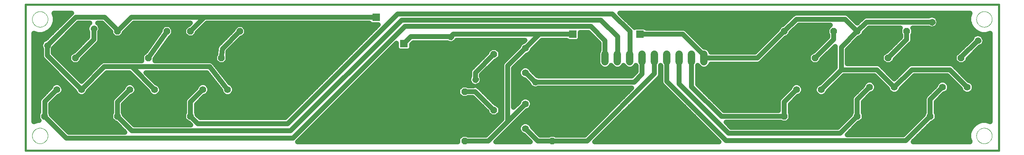
<source format=gbl>
G75*
%MOIN*%
%OFA0B0*%
%FSLAX25Y25*%
%IPPOS*%
%LPD*%
%AMOC8*
5,1,8,0,0,1.08239X$1,22.5*
%
%ADD10C,0.01600*%
%ADD11C,0.00000*%
%ADD12OC8,0.05200*%
%ADD13C,0.01040*%
%ADD14C,0.06000*%
%ADD15C,0.05512*%
%ADD16C,0.04000*%
%ADD17R,0.05906X0.05906*%
%ADD18R,0.06496X0.06496*%
D10*
X0003000Y0003000D02*
X0790402Y0003000D01*
X0790402Y0121110D01*
X0003000Y0121110D01*
X0003000Y0003000D01*
D11*
X0008512Y0014811D02*
X0008514Y0014969D01*
X0008520Y0015127D01*
X0008530Y0015285D01*
X0008544Y0015443D01*
X0008562Y0015600D01*
X0008583Y0015757D01*
X0008609Y0015913D01*
X0008639Y0016069D01*
X0008672Y0016224D01*
X0008710Y0016377D01*
X0008751Y0016530D01*
X0008796Y0016682D01*
X0008845Y0016833D01*
X0008898Y0016982D01*
X0008954Y0017130D01*
X0009014Y0017276D01*
X0009078Y0017421D01*
X0009146Y0017564D01*
X0009217Y0017706D01*
X0009291Y0017846D01*
X0009369Y0017983D01*
X0009451Y0018119D01*
X0009535Y0018253D01*
X0009624Y0018384D01*
X0009715Y0018513D01*
X0009810Y0018640D01*
X0009907Y0018765D01*
X0010008Y0018887D01*
X0010112Y0019006D01*
X0010219Y0019123D01*
X0010329Y0019237D01*
X0010442Y0019348D01*
X0010557Y0019457D01*
X0010675Y0019562D01*
X0010796Y0019664D01*
X0010919Y0019764D01*
X0011045Y0019860D01*
X0011173Y0019953D01*
X0011303Y0020043D01*
X0011436Y0020129D01*
X0011571Y0020213D01*
X0011707Y0020292D01*
X0011846Y0020369D01*
X0011987Y0020441D01*
X0012129Y0020511D01*
X0012273Y0020576D01*
X0012419Y0020638D01*
X0012566Y0020696D01*
X0012715Y0020751D01*
X0012865Y0020802D01*
X0013016Y0020849D01*
X0013168Y0020892D01*
X0013321Y0020931D01*
X0013476Y0020967D01*
X0013631Y0020998D01*
X0013787Y0021026D01*
X0013943Y0021050D01*
X0014100Y0021070D01*
X0014258Y0021086D01*
X0014415Y0021098D01*
X0014574Y0021106D01*
X0014732Y0021110D01*
X0014890Y0021110D01*
X0015048Y0021106D01*
X0015207Y0021098D01*
X0015364Y0021086D01*
X0015522Y0021070D01*
X0015679Y0021050D01*
X0015835Y0021026D01*
X0015991Y0020998D01*
X0016146Y0020967D01*
X0016301Y0020931D01*
X0016454Y0020892D01*
X0016606Y0020849D01*
X0016757Y0020802D01*
X0016907Y0020751D01*
X0017056Y0020696D01*
X0017203Y0020638D01*
X0017349Y0020576D01*
X0017493Y0020511D01*
X0017635Y0020441D01*
X0017776Y0020369D01*
X0017915Y0020292D01*
X0018051Y0020213D01*
X0018186Y0020129D01*
X0018319Y0020043D01*
X0018449Y0019953D01*
X0018577Y0019860D01*
X0018703Y0019764D01*
X0018826Y0019664D01*
X0018947Y0019562D01*
X0019065Y0019457D01*
X0019180Y0019348D01*
X0019293Y0019237D01*
X0019403Y0019123D01*
X0019510Y0019006D01*
X0019614Y0018887D01*
X0019715Y0018765D01*
X0019812Y0018640D01*
X0019907Y0018513D01*
X0019998Y0018384D01*
X0020087Y0018253D01*
X0020171Y0018119D01*
X0020253Y0017983D01*
X0020331Y0017846D01*
X0020405Y0017706D01*
X0020476Y0017564D01*
X0020544Y0017421D01*
X0020608Y0017276D01*
X0020668Y0017130D01*
X0020724Y0016982D01*
X0020777Y0016833D01*
X0020826Y0016682D01*
X0020871Y0016530D01*
X0020912Y0016377D01*
X0020950Y0016224D01*
X0020983Y0016069D01*
X0021013Y0015913D01*
X0021039Y0015757D01*
X0021060Y0015600D01*
X0021078Y0015443D01*
X0021092Y0015285D01*
X0021102Y0015127D01*
X0021108Y0014969D01*
X0021110Y0014811D01*
X0021108Y0014653D01*
X0021102Y0014495D01*
X0021092Y0014337D01*
X0021078Y0014179D01*
X0021060Y0014022D01*
X0021039Y0013865D01*
X0021013Y0013709D01*
X0020983Y0013553D01*
X0020950Y0013398D01*
X0020912Y0013245D01*
X0020871Y0013092D01*
X0020826Y0012940D01*
X0020777Y0012789D01*
X0020724Y0012640D01*
X0020668Y0012492D01*
X0020608Y0012346D01*
X0020544Y0012201D01*
X0020476Y0012058D01*
X0020405Y0011916D01*
X0020331Y0011776D01*
X0020253Y0011639D01*
X0020171Y0011503D01*
X0020087Y0011369D01*
X0019998Y0011238D01*
X0019907Y0011109D01*
X0019812Y0010982D01*
X0019715Y0010857D01*
X0019614Y0010735D01*
X0019510Y0010616D01*
X0019403Y0010499D01*
X0019293Y0010385D01*
X0019180Y0010274D01*
X0019065Y0010165D01*
X0018947Y0010060D01*
X0018826Y0009958D01*
X0018703Y0009858D01*
X0018577Y0009762D01*
X0018449Y0009669D01*
X0018319Y0009579D01*
X0018186Y0009493D01*
X0018051Y0009409D01*
X0017915Y0009330D01*
X0017776Y0009253D01*
X0017635Y0009181D01*
X0017493Y0009111D01*
X0017349Y0009046D01*
X0017203Y0008984D01*
X0017056Y0008926D01*
X0016907Y0008871D01*
X0016757Y0008820D01*
X0016606Y0008773D01*
X0016454Y0008730D01*
X0016301Y0008691D01*
X0016146Y0008655D01*
X0015991Y0008624D01*
X0015835Y0008596D01*
X0015679Y0008572D01*
X0015522Y0008552D01*
X0015364Y0008536D01*
X0015207Y0008524D01*
X0015048Y0008516D01*
X0014890Y0008512D01*
X0014732Y0008512D01*
X0014574Y0008516D01*
X0014415Y0008524D01*
X0014258Y0008536D01*
X0014100Y0008552D01*
X0013943Y0008572D01*
X0013787Y0008596D01*
X0013631Y0008624D01*
X0013476Y0008655D01*
X0013321Y0008691D01*
X0013168Y0008730D01*
X0013016Y0008773D01*
X0012865Y0008820D01*
X0012715Y0008871D01*
X0012566Y0008926D01*
X0012419Y0008984D01*
X0012273Y0009046D01*
X0012129Y0009111D01*
X0011987Y0009181D01*
X0011846Y0009253D01*
X0011707Y0009330D01*
X0011571Y0009409D01*
X0011436Y0009493D01*
X0011303Y0009579D01*
X0011173Y0009669D01*
X0011045Y0009762D01*
X0010919Y0009858D01*
X0010796Y0009958D01*
X0010675Y0010060D01*
X0010557Y0010165D01*
X0010442Y0010274D01*
X0010329Y0010385D01*
X0010219Y0010499D01*
X0010112Y0010616D01*
X0010008Y0010735D01*
X0009907Y0010857D01*
X0009810Y0010982D01*
X0009715Y0011109D01*
X0009624Y0011238D01*
X0009535Y0011369D01*
X0009451Y0011503D01*
X0009369Y0011639D01*
X0009291Y0011776D01*
X0009217Y0011916D01*
X0009146Y0012058D01*
X0009078Y0012201D01*
X0009014Y0012346D01*
X0008954Y0012492D01*
X0008898Y0012640D01*
X0008845Y0012789D01*
X0008796Y0012940D01*
X0008751Y0013092D01*
X0008710Y0013245D01*
X0008672Y0013398D01*
X0008639Y0013553D01*
X0008609Y0013709D01*
X0008583Y0013865D01*
X0008562Y0014022D01*
X0008544Y0014179D01*
X0008530Y0014337D01*
X0008520Y0014495D01*
X0008514Y0014653D01*
X0008512Y0014811D01*
X0008512Y0109299D02*
X0008514Y0109457D01*
X0008520Y0109615D01*
X0008530Y0109773D01*
X0008544Y0109931D01*
X0008562Y0110088D01*
X0008583Y0110245D01*
X0008609Y0110401D01*
X0008639Y0110557D01*
X0008672Y0110712D01*
X0008710Y0110865D01*
X0008751Y0111018D01*
X0008796Y0111170D01*
X0008845Y0111321D01*
X0008898Y0111470D01*
X0008954Y0111618D01*
X0009014Y0111764D01*
X0009078Y0111909D01*
X0009146Y0112052D01*
X0009217Y0112194D01*
X0009291Y0112334D01*
X0009369Y0112471D01*
X0009451Y0112607D01*
X0009535Y0112741D01*
X0009624Y0112872D01*
X0009715Y0113001D01*
X0009810Y0113128D01*
X0009907Y0113253D01*
X0010008Y0113375D01*
X0010112Y0113494D01*
X0010219Y0113611D01*
X0010329Y0113725D01*
X0010442Y0113836D01*
X0010557Y0113945D01*
X0010675Y0114050D01*
X0010796Y0114152D01*
X0010919Y0114252D01*
X0011045Y0114348D01*
X0011173Y0114441D01*
X0011303Y0114531D01*
X0011436Y0114617D01*
X0011571Y0114701D01*
X0011707Y0114780D01*
X0011846Y0114857D01*
X0011987Y0114929D01*
X0012129Y0114999D01*
X0012273Y0115064D01*
X0012419Y0115126D01*
X0012566Y0115184D01*
X0012715Y0115239D01*
X0012865Y0115290D01*
X0013016Y0115337D01*
X0013168Y0115380D01*
X0013321Y0115419D01*
X0013476Y0115455D01*
X0013631Y0115486D01*
X0013787Y0115514D01*
X0013943Y0115538D01*
X0014100Y0115558D01*
X0014258Y0115574D01*
X0014415Y0115586D01*
X0014574Y0115594D01*
X0014732Y0115598D01*
X0014890Y0115598D01*
X0015048Y0115594D01*
X0015207Y0115586D01*
X0015364Y0115574D01*
X0015522Y0115558D01*
X0015679Y0115538D01*
X0015835Y0115514D01*
X0015991Y0115486D01*
X0016146Y0115455D01*
X0016301Y0115419D01*
X0016454Y0115380D01*
X0016606Y0115337D01*
X0016757Y0115290D01*
X0016907Y0115239D01*
X0017056Y0115184D01*
X0017203Y0115126D01*
X0017349Y0115064D01*
X0017493Y0114999D01*
X0017635Y0114929D01*
X0017776Y0114857D01*
X0017915Y0114780D01*
X0018051Y0114701D01*
X0018186Y0114617D01*
X0018319Y0114531D01*
X0018449Y0114441D01*
X0018577Y0114348D01*
X0018703Y0114252D01*
X0018826Y0114152D01*
X0018947Y0114050D01*
X0019065Y0113945D01*
X0019180Y0113836D01*
X0019293Y0113725D01*
X0019403Y0113611D01*
X0019510Y0113494D01*
X0019614Y0113375D01*
X0019715Y0113253D01*
X0019812Y0113128D01*
X0019907Y0113001D01*
X0019998Y0112872D01*
X0020087Y0112741D01*
X0020171Y0112607D01*
X0020253Y0112471D01*
X0020331Y0112334D01*
X0020405Y0112194D01*
X0020476Y0112052D01*
X0020544Y0111909D01*
X0020608Y0111764D01*
X0020668Y0111618D01*
X0020724Y0111470D01*
X0020777Y0111321D01*
X0020826Y0111170D01*
X0020871Y0111018D01*
X0020912Y0110865D01*
X0020950Y0110712D01*
X0020983Y0110557D01*
X0021013Y0110401D01*
X0021039Y0110245D01*
X0021060Y0110088D01*
X0021078Y0109931D01*
X0021092Y0109773D01*
X0021102Y0109615D01*
X0021108Y0109457D01*
X0021110Y0109299D01*
X0021108Y0109141D01*
X0021102Y0108983D01*
X0021092Y0108825D01*
X0021078Y0108667D01*
X0021060Y0108510D01*
X0021039Y0108353D01*
X0021013Y0108197D01*
X0020983Y0108041D01*
X0020950Y0107886D01*
X0020912Y0107733D01*
X0020871Y0107580D01*
X0020826Y0107428D01*
X0020777Y0107277D01*
X0020724Y0107128D01*
X0020668Y0106980D01*
X0020608Y0106834D01*
X0020544Y0106689D01*
X0020476Y0106546D01*
X0020405Y0106404D01*
X0020331Y0106264D01*
X0020253Y0106127D01*
X0020171Y0105991D01*
X0020087Y0105857D01*
X0019998Y0105726D01*
X0019907Y0105597D01*
X0019812Y0105470D01*
X0019715Y0105345D01*
X0019614Y0105223D01*
X0019510Y0105104D01*
X0019403Y0104987D01*
X0019293Y0104873D01*
X0019180Y0104762D01*
X0019065Y0104653D01*
X0018947Y0104548D01*
X0018826Y0104446D01*
X0018703Y0104346D01*
X0018577Y0104250D01*
X0018449Y0104157D01*
X0018319Y0104067D01*
X0018186Y0103981D01*
X0018051Y0103897D01*
X0017915Y0103818D01*
X0017776Y0103741D01*
X0017635Y0103669D01*
X0017493Y0103599D01*
X0017349Y0103534D01*
X0017203Y0103472D01*
X0017056Y0103414D01*
X0016907Y0103359D01*
X0016757Y0103308D01*
X0016606Y0103261D01*
X0016454Y0103218D01*
X0016301Y0103179D01*
X0016146Y0103143D01*
X0015991Y0103112D01*
X0015835Y0103084D01*
X0015679Y0103060D01*
X0015522Y0103040D01*
X0015364Y0103024D01*
X0015207Y0103012D01*
X0015048Y0103004D01*
X0014890Y0103000D01*
X0014732Y0103000D01*
X0014574Y0103004D01*
X0014415Y0103012D01*
X0014258Y0103024D01*
X0014100Y0103040D01*
X0013943Y0103060D01*
X0013787Y0103084D01*
X0013631Y0103112D01*
X0013476Y0103143D01*
X0013321Y0103179D01*
X0013168Y0103218D01*
X0013016Y0103261D01*
X0012865Y0103308D01*
X0012715Y0103359D01*
X0012566Y0103414D01*
X0012419Y0103472D01*
X0012273Y0103534D01*
X0012129Y0103599D01*
X0011987Y0103669D01*
X0011846Y0103741D01*
X0011707Y0103818D01*
X0011571Y0103897D01*
X0011436Y0103981D01*
X0011303Y0104067D01*
X0011173Y0104157D01*
X0011045Y0104250D01*
X0010919Y0104346D01*
X0010796Y0104446D01*
X0010675Y0104548D01*
X0010557Y0104653D01*
X0010442Y0104762D01*
X0010329Y0104873D01*
X0010219Y0104987D01*
X0010112Y0105104D01*
X0010008Y0105223D01*
X0009907Y0105345D01*
X0009810Y0105470D01*
X0009715Y0105597D01*
X0009624Y0105726D01*
X0009535Y0105857D01*
X0009451Y0105991D01*
X0009369Y0106127D01*
X0009291Y0106264D01*
X0009217Y0106404D01*
X0009146Y0106546D01*
X0009078Y0106689D01*
X0009014Y0106834D01*
X0008954Y0106980D01*
X0008898Y0107128D01*
X0008845Y0107277D01*
X0008796Y0107428D01*
X0008751Y0107580D01*
X0008710Y0107733D01*
X0008672Y0107886D01*
X0008639Y0108041D01*
X0008609Y0108197D01*
X0008583Y0108353D01*
X0008562Y0108510D01*
X0008544Y0108667D01*
X0008530Y0108825D01*
X0008520Y0108983D01*
X0008514Y0109141D01*
X0008512Y0109299D01*
X0772292Y0109299D02*
X0772294Y0109457D01*
X0772300Y0109615D01*
X0772310Y0109773D01*
X0772324Y0109931D01*
X0772342Y0110088D01*
X0772363Y0110245D01*
X0772389Y0110401D01*
X0772419Y0110557D01*
X0772452Y0110712D01*
X0772490Y0110865D01*
X0772531Y0111018D01*
X0772576Y0111170D01*
X0772625Y0111321D01*
X0772678Y0111470D01*
X0772734Y0111618D01*
X0772794Y0111764D01*
X0772858Y0111909D01*
X0772926Y0112052D01*
X0772997Y0112194D01*
X0773071Y0112334D01*
X0773149Y0112471D01*
X0773231Y0112607D01*
X0773315Y0112741D01*
X0773404Y0112872D01*
X0773495Y0113001D01*
X0773590Y0113128D01*
X0773687Y0113253D01*
X0773788Y0113375D01*
X0773892Y0113494D01*
X0773999Y0113611D01*
X0774109Y0113725D01*
X0774222Y0113836D01*
X0774337Y0113945D01*
X0774455Y0114050D01*
X0774576Y0114152D01*
X0774699Y0114252D01*
X0774825Y0114348D01*
X0774953Y0114441D01*
X0775083Y0114531D01*
X0775216Y0114617D01*
X0775351Y0114701D01*
X0775487Y0114780D01*
X0775626Y0114857D01*
X0775767Y0114929D01*
X0775909Y0114999D01*
X0776053Y0115064D01*
X0776199Y0115126D01*
X0776346Y0115184D01*
X0776495Y0115239D01*
X0776645Y0115290D01*
X0776796Y0115337D01*
X0776948Y0115380D01*
X0777101Y0115419D01*
X0777256Y0115455D01*
X0777411Y0115486D01*
X0777567Y0115514D01*
X0777723Y0115538D01*
X0777880Y0115558D01*
X0778038Y0115574D01*
X0778195Y0115586D01*
X0778354Y0115594D01*
X0778512Y0115598D01*
X0778670Y0115598D01*
X0778828Y0115594D01*
X0778987Y0115586D01*
X0779144Y0115574D01*
X0779302Y0115558D01*
X0779459Y0115538D01*
X0779615Y0115514D01*
X0779771Y0115486D01*
X0779926Y0115455D01*
X0780081Y0115419D01*
X0780234Y0115380D01*
X0780386Y0115337D01*
X0780537Y0115290D01*
X0780687Y0115239D01*
X0780836Y0115184D01*
X0780983Y0115126D01*
X0781129Y0115064D01*
X0781273Y0114999D01*
X0781415Y0114929D01*
X0781556Y0114857D01*
X0781695Y0114780D01*
X0781831Y0114701D01*
X0781966Y0114617D01*
X0782099Y0114531D01*
X0782229Y0114441D01*
X0782357Y0114348D01*
X0782483Y0114252D01*
X0782606Y0114152D01*
X0782727Y0114050D01*
X0782845Y0113945D01*
X0782960Y0113836D01*
X0783073Y0113725D01*
X0783183Y0113611D01*
X0783290Y0113494D01*
X0783394Y0113375D01*
X0783495Y0113253D01*
X0783592Y0113128D01*
X0783687Y0113001D01*
X0783778Y0112872D01*
X0783867Y0112741D01*
X0783951Y0112607D01*
X0784033Y0112471D01*
X0784111Y0112334D01*
X0784185Y0112194D01*
X0784256Y0112052D01*
X0784324Y0111909D01*
X0784388Y0111764D01*
X0784448Y0111618D01*
X0784504Y0111470D01*
X0784557Y0111321D01*
X0784606Y0111170D01*
X0784651Y0111018D01*
X0784692Y0110865D01*
X0784730Y0110712D01*
X0784763Y0110557D01*
X0784793Y0110401D01*
X0784819Y0110245D01*
X0784840Y0110088D01*
X0784858Y0109931D01*
X0784872Y0109773D01*
X0784882Y0109615D01*
X0784888Y0109457D01*
X0784890Y0109299D01*
X0784888Y0109141D01*
X0784882Y0108983D01*
X0784872Y0108825D01*
X0784858Y0108667D01*
X0784840Y0108510D01*
X0784819Y0108353D01*
X0784793Y0108197D01*
X0784763Y0108041D01*
X0784730Y0107886D01*
X0784692Y0107733D01*
X0784651Y0107580D01*
X0784606Y0107428D01*
X0784557Y0107277D01*
X0784504Y0107128D01*
X0784448Y0106980D01*
X0784388Y0106834D01*
X0784324Y0106689D01*
X0784256Y0106546D01*
X0784185Y0106404D01*
X0784111Y0106264D01*
X0784033Y0106127D01*
X0783951Y0105991D01*
X0783867Y0105857D01*
X0783778Y0105726D01*
X0783687Y0105597D01*
X0783592Y0105470D01*
X0783495Y0105345D01*
X0783394Y0105223D01*
X0783290Y0105104D01*
X0783183Y0104987D01*
X0783073Y0104873D01*
X0782960Y0104762D01*
X0782845Y0104653D01*
X0782727Y0104548D01*
X0782606Y0104446D01*
X0782483Y0104346D01*
X0782357Y0104250D01*
X0782229Y0104157D01*
X0782099Y0104067D01*
X0781966Y0103981D01*
X0781831Y0103897D01*
X0781695Y0103818D01*
X0781556Y0103741D01*
X0781415Y0103669D01*
X0781273Y0103599D01*
X0781129Y0103534D01*
X0780983Y0103472D01*
X0780836Y0103414D01*
X0780687Y0103359D01*
X0780537Y0103308D01*
X0780386Y0103261D01*
X0780234Y0103218D01*
X0780081Y0103179D01*
X0779926Y0103143D01*
X0779771Y0103112D01*
X0779615Y0103084D01*
X0779459Y0103060D01*
X0779302Y0103040D01*
X0779144Y0103024D01*
X0778987Y0103012D01*
X0778828Y0103004D01*
X0778670Y0103000D01*
X0778512Y0103000D01*
X0778354Y0103004D01*
X0778195Y0103012D01*
X0778038Y0103024D01*
X0777880Y0103040D01*
X0777723Y0103060D01*
X0777567Y0103084D01*
X0777411Y0103112D01*
X0777256Y0103143D01*
X0777101Y0103179D01*
X0776948Y0103218D01*
X0776796Y0103261D01*
X0776645Y0103308D01*
X0776495Y0103359D01*
X0776346Y0103414D01*
X0776199Y0103472D01*
X0776053Y0103534D01*
X0775909Y0103599D01*
X0775767Y0103669D01*
X0775626Y0103741D01*
X0775487Y0103818D01*
X0775351Y0103897D01*
X0775216Y0103981D01*
X0775083Y0104067D01*
X0774953Y0104157D01*
X0774825Y0104250D01*
X0774699Y0104346D01*
X0774576Y0104446D01*
X0774455Y0104548D01*
X0774337Y0104653D01*
X0774222Y0104762D01*
X0774109Y0104873D01*
X0773999Y0104987D01*
X0773892Y0105104D01*
X0773788Y0105223D01*
X0773687Y0105345D01*
X0773590Y0105470D01*
X0773495Y0105597D01*
X0773404Y0105726D01*
X0773315Y0105857D01*
X0773231Y0105991D01*
X0773149Y0106127D01*
X0773071Y0106264D01*
X0772997Y0106404D01*
X0772926Y0106546D01*
X0772858Y0106689D01*
X0772794Y0106834D01*
X0772734Y0106980D01*
X0772678Y0107128D01*
X0772625Y0107277D01*
X0772576Y0107428D01*
X0772531Y0107580D01*
X0772490Y0107733D01*
X0772452Y0107886D01*
X0772419Y0108041D01*
X0772389Y0108197D01*
X0772363Y0108353D01*
X0772342Y0108510D01*
X0772324Y0108667D01*
X0772310Y0108825D01*
X0772300Y0108983D01*
X0772294Y0109141D01*
X0772292Y0109299D01*
X0772292Y0014811D02*
X0772294Y0014969D01*
X0772300Y0015127D01*
X0772310Y0015285D01*
X0772324Y0015443D01*
X0772342Y0015600D01*
X0772363Y0015757D01*
X0772389Y0015913D01*
X0772419Y0016069D01*
X0772452Y0016224D01*
X0772490Y0016377D01*
X0772531Y0016530D01*
X0772576Y0016682D01*
X0772625Y0016833D01*
X0772678Y0016982D01*
X0772734Y0017130D01*
X0772794Y0017276D01*
X0772858Y0017421D01*
X0772926Y0017564D01*
X0772997Y0017706D01*
X0773071Y0017846D01*
X0773149Y0017983D01*
X0773231Y0018119D01*
X0773315Y0018253D01*
X0773404Y0018384D01*
X0773495Y0018513D01*
X0773590Y0018640D01*
X0773687Y0018765D01*
X0773788Y0018887D01*
X0773892Y0019006D01*
X0773999Y0019123D01*
X0774109Y0019237D01*
X0774222Y0019348D01*
X0774337Y0019457D01*
X0774455Y0019562D01*
X0774576Y0019664D01*
X0774699Y0019764D01*
X0774825Y0019860D01*
X0774953Y0019953D01*
X0775083Y0020043D01*
X0775216Y0020129D01*
X0775351Y0020213D01*
X0775487Y0020292D01*
X0775626Y0020369D01*
X0775767Y0020441D01*
X0775909Y0020511D01*
X0776053Y0020576D01*
X0776199Y0020638D01*
X0776346Y0020696D01*
X0776495Y0020751D01*
X0776645Y0020802D01*
X0776796Y0020849D01*
X0776948Y0020892D01*
X0777101Y0020931D01*
X0777256Y0020967D01*
X0777411Y0020998D01*
X0777567Y0021026D01*
X0777723Y0021050D01*
X0777880Y0021070D01*
X0778038Y0021086D01*
X0778195Y0021098D01*
X0778354Y0021106D01*
X0778512Y0021110D01*
X0778670Y0021110D01*
X0778828Y0021106D01*
X0778987Y0021098D01*
X0779144Y0021086D01*
X0779302Y0021070D01*
X0779459Y0021050D01*
X0779615Y0021026D01*
X0779771Y0020998D01*
X0779926Y0020967D01*
X0780081Y0020931D01*
X0780234Y0020892D01*
X0780386Y0020849D01*
X0780537Y0020802D01*
X0780687Y0020751D01*
X0780836Y0020696D01*
X0780983Y0020638D01*
X0781129Y0020576D01*
X0781273Y0020511D01*
X0781415Y0020441D01*
X0781556Y0020369D01*
X0781695Y0020292D01*
X0781831Y0020213D01*
X0781966Y0020129D01*
X0782099Y0020043D01*
X0782229Y0019953D01*
X0782357Y0019860D01*
X0782483Y0019764D01*
X0782606Y0019664D01*
X0782727Y0019562D01*
X0782845Y0019457D01*
X0782960Y0019348D01*
X0783073Y0019237D01*
X0783183Y0019123D01*
X0783290Y0019006D01*
X0783394Y0018887D01*
X0783495Y0018765D01*
X0783592Y0018640D01*
X0783687Y0018513D01*
X0783778Y0018384D01*
X0783867Y0018253D01*
X0783951Y0018119D01*
X0784033Y0017983D01*
X0784111Y0017846D01*
X0784185Y0017706D01*
X0784256Y0017564D01*
X0784324Y0017421D01*
X0784388Y0017276D01*
X0784448Y0017130D01*
X0784504Y0016982D01*
X0784557Y0016833D01*
X0784606Y0016682D01*
X0784651Y0016530D01*
X0784692Y0016377D01*
X0784730Y0016224D01*
X0784763Y0016069D01*
X0784793Y0015913D01*
X0784819Y0015757D01*
X0784840Y0015600D01*
X0784858Y0015443D01*
X0784872Y0015285D01*
X0784882Y0015127D01*
X0784888Y0014969D01*
X0784890Y0014811D01*
X0784888Y0014653D01*
X0784882Y0014495D01*
X0784872Y0014337D01*
X0784858Y0014179D01*
X0784840Y0014022D01*
X0784819Y0013865D01*
X0784793Y0013709D01*
X0784763Y0013553D01*
X0784730Y0013398D01*
X0784692Y0013245D01*
X0784651Y0013092D01*
X0784606Y0012940D01*
X0784557Y0012789D01*
X0784504Y0012640D01*
X0784448Y0012492D01*
X0784388Y0012346D01*
X0784324Y0012201D01*
X0784256Y0012058D01*
X0784185Y0011916D01*
X0784111Y0011776D01*
X0784033Y0011639D01*
X0783951Y0011503D01*
X0783867Y0011369D01*
X0783778Y0011238D01*
X0783687Y0011109D01*
X0783592Y0010982D01*
X0783495Y0010857D01*
X0783394Y0010735D01*
X0783290Y0010616D01*
X0783183Y0010499D01*
X0783073Y0010385D01*
X0782960Y0010274D01*
X0782845Y0010165D01*
X0782727Y0010060D01*
X0782606Y0009958D01*
X0782483Y0009858D01*
X0782357Y0009762D01*
X0782229Y0009669D01*
X0782099Y0009579D01*
X0781966Y0009493D01*
X0781831Y0009409D01*
X0781695Y0009330D01*
X0781556Y0009253D01*
X0781415Y0009181D01*
X0781273Y0009111D01*
X0781129Y0009046D01*
X0780983Y0008984D01*
X0780836Y0008926D01*
X0780687Y0008871D01*
X0780537Y0008820D01*
X0780386Y0008773D01*
X0780234Y0008730D01*
X0780081Y0008691D01*
X0779926Y0008655D01*
X0779771Y0008624D01*
X0779615Y0008596D01*
X0779459Y0008572D01*
X0779302Y0008552D01*
X0779144Y0008536D01*
X0778987Y0008524D01*
X0778828Y0008516D01*
X0778670Y0008512D01*
X0778512Y0008512D01*
X0778354Y0008516D01*
X0778195Y0008524D01*
X0778038Y0008536D01*
X0777880Y0008552D01*
X0777723Y0008572D01*
X0777567Y0008596D01*
X0777411Y0008624D01*
X0777256Y0008655D01*
X0777101Y0008691D01*
X0776948Y0008730D01*
X0776796Y0008773D01*
X0776645Y0008820D01*
X0776495Y0008871D01*
X0776346Y0008926D01*
X0776199Y0008984D01*
X0776053Y0009046D01*
X0775909Y0009111D01*
X0775767Y0009181D01*
X0775626Y0009253D01*
X0775487Y0009330D01*
X0775351Y0009409D01*
X0775216Y0009493D01*
X0775083Y0009579D01*
X0774953Y0009669D01*
X0774825Y0009762D01*
X0774699Y0009858D01*
X0774576Y0009958D01*
X0774455Y0010060D01*
X0774337Y0010165D01*
X0774222Y0010274D01*
X0774109Y0010385D01*
X0773999Y0010499D01*
X0773892Y0010616D01*
X0773788Y0010735D01*
X0773687Y0010857D01*
X0773590Y0010982D01*
X0773495Y0011109D01*
X0773404Y0011238D01*
X0773315Y0011369D01*
X0773231Y0011503D01*
X0773149Y0011639D01*
X0773071Y0011776D01*
X0772997Y0011916D01*
X0772926Y0012058D01*
X0772858Y0012201D01*
X0772794Y0012346D01*
X0772734Y0012492D01*
X0772678Y0012640D01*
X0772625Y0012789D01*
X0772576Y0012940D01*
X0772531Y0013092D01*
X0772490Y0013245D01*
X0772452Y0013398D01*
X0772419Y0013553D01*
X0772389Y0013709D01*
X0772363Y0013865D01*
X0772342Y0014022D01*
X0772324Y0014179D01*
X0772310Y0014337D01*
X0772300Y0014495D01*
X0772294Y0014653D01*
X0772292Y0014811D01*
D12*
X0774969Y0030559D03*
X0734969Y0030559D03*
X0715913Y0030559D03*
X0675913Y0030559D03*
X0656858Y0030559D03*
X0616858Y0030559D03*
X0429181Y0010559D03*
X0358315Y0010559D03*
X0381937Y0025559D03*
X0381937Y0035559D03*
X0358315Y0050559D03*
X0429181Y0050559D03*
X0381937Y0070835D03*
X0381937Y0080835D03*
X0176543Y0099457D03*
X0136543Y0099457D03*
X0117488Y0099457D03*
X0077488Y0099457D03*
X0092488Y0077803D03*
X0102488Y0077803D03*
X0151543Y0077803D03*
X0161543Y0077803D03*
X0043433Y0077803D03*
X0033433Y0077803D03*
X0018433Y0030559D03*
X0058433Y0030559D03*
X0077488Y0030559D03*
X0117488Y0030559D03*
X0136543Y0030559D03*
X0176543Y0030559D03*
X0616858Y0099457D03*
X0656858Y0099457D03*
X0675913Y0099457D03*
X0715913Y0099457D03*
X0700913Y0077803D03*
X0690913Y0077803D03*
X0641858Y0077803D03*
X0631858Y0077803D03*
X0749969Y0077803D03*
X0759969Y0077803D03*
D13*
X0774598Y0090908D02*
X0775118Y0090388D01*
X0773531Y0089714D01*
X0771935Y0090359D01*
X0771261Y0091946D01*
X0771906Y0093542D01*
X0773493Y0094216D01*
X0775089Y0093571D01*
X0775763Y0091984D01*
X0775118Y0090388D01*
X0774515Y0090980D01*
X0773523Y0090559D01*
X0772527Y0090962D01*
X0772106Y0091954D01*
X0772509Y0092950D01*
X0773501Y0093371D01*
X0774497Y0092968D01*
X0774918Y0091976D01*
X0774515Y0090980D01*
X0773913Y0091571D01*
X0773516Y0091403D01*
X0773118Y0091564D01*
X0772950Y0091961D01*
X0773111Y0092359D01*
X0773508Y0092527D01*
X0773906Y0092366D01*
X0774074Y0091969D01*
X0773913Y0091571D01*
X0737511Y0105892D02*
X0738031Y0105372D01*
X0736444Y0104698D01*
X0734848Y0105343D01*
X0734174Y0106930D01*
X0734819Y0108526D01*
X0736406Y0109200D01*
X0738002Y0108555D01*
X0738676Y0106968D01*
X0738031Y0105372D01*
X0737428Y0105964D01*
X0736436Y0105543D01*
X0735440Y0105946D01*
X0735019Y0106938D01*
X0735422Y0107934D01*
X0736414Y0108355D01*
X0737410Y0107952D01*
X0737831Y0106960D01*
X0737428Y0105964D01*
X0736826Y0106555D01*
X0736429Y0106387D01*
X0736031Y0106548D01*
X0735863Y0106945D01*
X0736024Y0107343D01*
X0736421Y0107511D01*
X0736819Y0107350D01*
X0736987Y0106953D01*
X0736826Y0106555D01*
X0451756Y0078128D02*
X0452276Y0078648D01*
X0451830Y0076984D01*
X0450339Y0076123D01*
X0448675Y0076569D01*
X0447814Y0078060D01*
X0448260Y0079724D01*
X0449751Y0080585D01*
X0451415Y0080139D01*
X0452276Y0078648D01*
X0451439Y0078538D01*
X0451160Y0077498D01*
X0450229Y0076960D01*
X0449189Y0077239D01*
X0448651Y0078170D01*
X0448930Y0079210D01*
X0449861Y0079748D01*
X0450901Y0079469D01*
X0451439Y0078538D01*
X0450602Y0078427D01*
X0450491Y0078012D01*
X0450118Y0077797D01*
X0449703Y0077908D01*
X0449488Y0078281D01*
X0449599Y0078696D01*
X0449972Y0078911D01*
X0450387Y0078800D01*
X0450602Y0078427D01*
X0346908Y0093413D02*
X0347428Y0092893D01*
X0345764Y0093339D01*
X0344903Y0094830D01*
X0345349Y0096494D01*
X0346840Y0097355D01*
X0348504Y0096909D01*
X0349365Y0095418D01*
X0348919Y0093754D01*
X0347428Y0092893D01*
X0347318Y0093730D01*
X0346278Y0094009D01*
X0345740Y0094940D01*
X0346019Y0095980D01*
X0346950Y0096518D01*
X0347990Y0096239D01*
X0348528Y0095308D01*
X0348249Y0094268D01*
X0347318Y0093730D01*
X0347207Y0094567D01*
X0346792Y0094678D01*
X0346577Y0095051D01*
X0346688Y0095466D01*
X0347061Y0095681D01*
X0347476Y0095570D01*
X0347691Y0095197D01*
X0347580Y0094782D01*
X0347207Y0094567D01*
X0366908Y0058772D02*
X0367428Y0058252D01*
X0365764Y0058698D01*
X0364903Y0060189D01*
X0365349Y0061853D01*
X0366840Y0062714D01*
X0368504Y0062268D01*
X0369365Y0060777D01*
X0368919Y0059113D01*
X0367428Y0058252D01*
X0367318Y0059089D01*
X0366278Y0059368D01*
X0365740Y0060299D01*
X0366019Y0061339D01*
X0366950Y0061877D01*
X0367990Y0061598D01*
X0368528Y0060667D01*
X0368249Y0059627D01*
X0367318Y0059089D01*
X0367207Y0059926D01*
X0366792Y0060037D01*
X0366577Y0060410D01*
X0366688Y0060825D01*
X0367061Y0061040D01*
X0367476Y0060929D01*
X0367691Y0060556D01*
X0367580Y0060141D01*
X0367207Y0059926D01*
X0417115Y0058128D02*
X0417635Y0058648D01*
X0417189Y0056984D01*
X0415698Y0056123D01*
X0414034Y0056569D01*
X0413173Y0058060D01*
X0413619Y0059724D01*
X0415110Y0060585D01*
X0416774Y0060139D01*
X0417635Y0058648D01*
X0416798Y0058538D01*
X0416519Y0057498D01*
X0415588Y0056960D01*
X0414548Y0057239D01*
X0414010Y0058170D01*
X0414289Y0059210D01*
X0415220Y0059748D01*
X0416260Y0059469D01*
X0416798Y0058538D01*
X0415961Y0058427D01*
X0415850Y0058012D01*
X0415477Y0057797D01*
X0415062Y0057908D01*
X0414847Y0058281D01*
X0414958Y0058696D01*
X0415331Y0058911D01*
X0415746Y0058800D01*
X0415961Y0058427D01*
X0060137Y0101996D02*
X0060657Y0101476D01*
X0059928Y0099913D01*
X0058311Y0099324D01*
X0056748Y0100053D01*
X0056159Y0101670D01*
X0056888Y0103233D01*
X0058505Y0103822D01*
X0060068Y0103093D01*
X0060657Y0101476D01*
X0059813Y0101513D01*
X0059358Y0100536D01*
X0058348Y0100168D01*
X0057371Y0100623D01*
X0057003Y0101633D01*
X0057458Y0102610D01*
X0058468Y0102978D01*
X0059445Y0102523D01*
X0059813Y0101513D01*
X0058970Y0101549D01*
X0058787Y0101158D01*
X0058384Y0101011D01*
X0057993Y0101194D01*
X0057846Y0101597D01*
X0058029Y0101988D01*
X0058432Y0102135D01*
X0058823Y0101952D01*
X0058970Y0101549D01*
X0022549Y0088315D02*
X0023069Y0087795D01*
X0022340Y0086232D01*
X0020723Y0085643D01*
X0019160Y0086372D01*
X0018571Y0087989D01*
X0019300Y0089552D01*
X0020917Y0090141D01*
X0022480Y0089412D01*
X0023069Y0087795D01*
X0022225Y0087832D01*
X0021770Y0086855D01*
X0020760Y0086487D01*
X0019783Y0086942D01*
X0019415Y0087952D01*
X0019870Y0088929D01*
X0020880Y0089297D01*
X0021857Y0088842D01*
X0022225Y0087832D01*
X0021382Y0087868D01*
X0021199Y0087477D01*
X0020796Y0087330D01*
X0020405Y0087513D01*
X0020258Y0087916D01*
X0020441Y0088307D01*
X0020844Y0088454D01*
X0021235Y0088271D01*
X0021382Y0087868D01*
D14*
X0461937Y0080803D02*
X0461937Y0074803D01*
X0471937Y0074803D02*
X0471937Y0080803D01*
X0481937Y0080803D02*
X0481937Y0074803D01*
X0491937Y0074803D02*
X0491937Y0080803D01*
X0501937Y0080803D02*
X0501937Y0074803D01*
X0511937Y0074803D02*
X0511937Y0080803D01*
X0521937Y0080803D02*
X0521937Y0074803D01*
X0531937Y0074803D02*
X0531937Y0080803D01*
X0541937Y0080803D02*
X0541937Y0074803D01*
X0551937Y0074803D02*
X0551937Y0080803D01*
D15*
X0407528Y0085835D03*
X0407528Y0065835D03*
X0407528Y0040559D03*
X0407528Y0020559D03*
X0626858Y0052213D03*
X0646858Y0052213D03*
X0685913Y0054181D03*
X0705913Y0054181D03*
X0744969Y0054181D03*
X0764969Y0054181D03*
X0166543Y0052213D03*
X0146543Y0052213D03*
X0107488Y0052213D03*
X0087488Y0052213D03*
X0048433Y0052213D03*
X0028433Y0052213D03*
D16*
X0018748Y0042528D01*
X0018748Y0030559D01*
X0018433Y0030559D01*
X0036150Y0012843D01*
X0219535Y0012843D01*
X0310087Y0103394D01*
X0460480Y0103394D01*
X0471898Y0091976D01*
X0471898Y0077843D01*
X0471937Y0077803D01*
X0466137Y0078357D02*
X0406838Y0078357D01*
X0408850Y0080369D02*
X0410675Y0081125D01*
X0412238Y0082687D01*
X0412994Y0084512D01*
X0420776Y0092294D01*
X0440848Y0092294D01*
X0441375Y0091768D01*
X0442404Y0091342D01*
X0449423Y0091342D01*
X0450452Y0091768D01*
X0451240Y0092556D01*
X0451666Y0093585D01*
X0451666Y0098594D01*
X0458492Y0098594D01*
X0467098Y0089988D01*
X0467098Y0084166D01*
X0467020Y0084089D01*
X0466137Y0081957D01*
X0466137Y0073649D01*
X0467020Y0071518D01*
X0468652Y0069886D01*
X0470783Y0069003D01*
X0473091Y0069003D01*
X0475222Y0069886D01*
X0476854Y0071518D01*
X0476937Y0071718D01*
X0477020Y0071518D01*
X0478652Y0069886D01*
X0480783Y0069003D01*
X0483091Y0069003D01*
X0485222Y0069886D01*
X0486854Y0071518D01*
X0486937Y0071718D01*
X0487020Y0071518D01*
X0488652Y0069886D01*
X0490783Y0069003D01*
X0493091Y0069003D01*
X0495222Y0069886D01*
X0496854Y0071518D01*
X0496937Y0071718D01*
X0497019Y0071520D01*
X0497019Y0066799D01*
X0493374Y0063154D01*
X0418354Y0063154D01*
X0417040Y0063506D01*
X0412713Y0067833D01*
X0412238Y0068982D01*
X0410675Y0070545D01*
X0408633Y0071391D01*
X0406422Y0071391D01*
X0404380Y0070545D01*
X0402817Y0068982D01*
X0401972Y0066940D01*
X0401972Y0064730D01*
X0402817Y0062687D01*
X0404380Y0061125D01*
X0406422Y0060279D01*
X0406691Y0060279D01*
X0409924Y0057046D01*
X0411846Y0053717D01*
X0416167Y0052559D01*
X0417890Y0053554D01*
X0493617Y0053554D01*
X0455421Y0015359D01*
X0432018Y0015359D01*
X0431418Y0015959D01*
X0426944Y0015959D01*
X0426344Y0015359D01*
X0419516Y0015359D01*
X0412994Y0021881D01*
X0412238Y0023706D01*
X0410675Y0025269D01*
X0408633Y0026115D01*
X0406422Y0026115D01*
X0404380Y0025269D01*
X0402817Y0023706D01*
X0401972Y0021664D01*
X0401972Y0019454D01*
X0402817Y0017412D01*
X0404380Y0015849D01*
X0406205Y0015093D01*
X0411498Y0009800D01*
X0383557Y0009800D01*
X0389203Y0015447D01*
X0397227Y0023470D01*
X0408850Y0035093D01*
X0410675Y0035849D01*
X0412238Y0037412D01*
X0413083Y0039454D01*
X0413083Y0041664D01*
X0412238Y0043706D01*
X0410675Y0045269D01*
X0408633Y0046115D01*
X0406422Y0046115D01*
X0404380Y0045269D01*
X0402817Y0043706D01*
X0402062Y0041881D01*
X0397957Y0037777D01*
X0397957Y0069476D01*
X0408850Y0080369D01*
X0411905Y0082355D02*
X0466302Y0082355D01*
X0467098Y0086354D02*
X0414835Y0086354D01*
X0407528Y0085835D02*
X0393157Y0071465D01*
X0393157Y0026189D01*
X0386484Y0019516D01*
X0377528Y0010559D01*
X0358315Y0010559D01*
X0352915Y0010382D02*
X0223863Y0010382D01*
X0223281Y0009800D02*
X0303251Y0089770D01*
X0303251Y0085809D01*
X0303677Y0084780D01*
X0304465Y0083992D01*
X0305494Y0083566D01*
X0313104Y0083566D01*
X0314133Y0083992D01*
X0314921Y0084780D01*
X0315347Y0085809D01*
X0315347Y0088874D01*
X0316797Y0090324D01*
X0344184Y0090324D01*
X0347897Y0089329D01*
X0351771Y0091565D01*
X0351966Y0092294D01*
X0407199Y0092294D01*
X0406205Y0091301D01*
X0404380Y0090545D01*
X0402817Y0088982D01*
X0402062Y0087157D01*
X0390438Y0075534D01*
X0389088Y0074184D01*
X0388357Y0072419D01*
X0388357Y0028177D01*
X0382415Y0022235D01*
X0382415Y0022235D01*
X0375539Y0015359D01*
X0361152Y0015359D01*
X0360552Y0015959D01*
X0356078Y0015959D01*
X0352915Y0012796D01*
X0352915Y0009800D01*
X0223281Y0009800D01*
X0227862Y0014380D02*
X0354500Y0014380D01*
X0378559Y0018379D02*
X0231860Y0018379D01*
X0217567Y0018748D02*
X0307331Y0108512D01*
X0468584Y0108512D01*
X0482003Y0095093D01*
X0482003Y0077869D01*
X0481937Y0077803D01*
X0482134Y0078000D01*
X0491937Y0077803D02*
X0491976Y0077843D01*
X0491976Y0099457D01*
X0477803Y0113630D01*
X0304181Y0113630D01*
X0215205Y0024654D01*
X0142449Y0024654D01*
X0136543Y0030559D01*
X0136543Y0042213D01*
X0146543Y0052213D01*
X0141421Y0054366D02*
X0112610Y0054366D01*
X0112198Y0055360D02*
X0113044Y0053318D01*
X0113044Y0051107D01*
X0112198Y0049065D01*
X0110635Y0047503D01*
X0108593Y0046657D01*
X0106383Y0046657D01*
X0104341Y0047503D01*
X0102778Y0049065D01*
X0102022Y0050890D01*
X0086996Y0065917D01*
X0068925Y0065917D01*
X0053899Y0050890D01*
X0053143Y0049065D01*
X0051580Y0047503D01*
X0049538Y0046657D01*
X0047328Y0046657D01*
X0045286Y0047503D01*
X0043723Y0049065D01*
X0042967Y0050890D01*
X0016751Y0077106D01*
X0016020Y0078871D01*
X0016020Y0085291D01*
X0014981Y0088147D01*
X0016872Y0092201D01*
X0019183Y0093042D01*
X0040450Y0114310D01*
X0026120Y0114310D01*
X0026272Y0114047D01*
X0027110Y0110918D01*
X0027110Y0107680D01*
X0026272Y0104552D01*
X0024653Y0101747D01*
X0022363Y0099457D01*
X0019558Y0097838D01*
X0016430Y0097000D01*
X0013192Y0097000D01*
X0010064Y0097838D01*
X0009800Y0097990D01*
X0009800Y0026120D01*
X0010064Y0026272D01*
X0013192Y0027110D01*
X0014245Y0027110D01*
X0013033Y0028322D01*
X0013033Y0032796D01*
X0013948Y0033711D01*
X0013948Y0043482D01*
X0014679Y0045247D01*
X0022967Y0053535D01*
X0023723Y0055360D01*
X0025286Y0056923D01*
X0027328Y0057768D01*
X0029538Y0057768D01*
X0031580Y0056923D01*
X0033143Y0055360D01*
X0033989Y0053318D01*
X0033989Y0051107D01*
X0033143Y0049065D01*
X0031580Y0047503D01*
X0029755Y0046747D01*
X0023548Y0040539D01*
X0023548Y0033081D01*
X0023833Y0032796D01*
X0023833Y0031947D01*
X0038138Y0017643D01*
X0083617Y0017643D01*
X0076100Y0025159D01*
X0075251Y0025159D01*
X0072088Y0028322D01*
X0072088Y0032796D01*
X0072688Y0033396D01*
X0072688Y0043167D01*
X0073419Y0044932D01*
X0082022Y0053535D01*
X0082778Y0055360D01*
X0084341Y0056923D01*
X0086383Y0057768D01*
X0088593Y0057768D01*
X0090635Y0056923D01*
X0092198Y0055360D01*
X0093044Y0053318D01*
X0093044Y0051107D01*
X0092198Y0049065D01*
X0090635Y0047503D01*
X0088810Y0046747D01*
X0082288Y0040224D01*
X0082288Y0033396D01*
X0082888Y0032796D01*
X0082888Y0031947D01*
X0091287Y0023548D01*
X0136766Y0023548D01*
X0135155Y0025159D01*
X0134307Y0025159D01*
X0131143Y0028322D01*
X0131143Y0032796D01*
X0131743Y0033396D01*
X0131743Y0043167D01*
X0132474Y0044932D01*
X0141077Y0053535D01*
X0141833Y0055360D01*
X0143396Y0056923D01*
X0145438Y0057768D01*
X0147648Y0057768D01*
X0149690Y0056923D01*
X0151253Y0055360D01*
X0152099Y0053318D01*
X0152099Y0051107D01*
X0151253Y0049065D01*
X0149690Y0047503D01*
X0147866Y0046747D01*
X0141343Y0040224D01*
X0141343Y0033396D01*
X0141943Y0032796D01*
X0141943Y0031947D01*
X0144437Y0029454D01*
X0213216Y0029454D01*
X0288589Y0104826D01*
X0283053Y0104826D01*
X0282024Y0105252D01*
X0281237Y0106040D01*
X0281222Y0106074D01*
X0149949Y0106074D01*
X0141943Y0098068D01*
X0141943Y0097220D01*
X0138780Y0094057D01*
X0134307Y0094057D01*
X0131143Y0097220D01*
X0131143Y0101693D01*
X0134307Y0104857D01*
X0135155Y0104857D01*
X0136372Y0106074D01*
X0090894Y0106074D01*
X0082888Y0098068D01*
X0082888Y0097220D01*
X0079725Y0094057D01*
X0075251Y0094057D01*
X0072088Y0097220D01*
X0072088Y0099171D01*
X0065185Y0106074D01*
X0061532Y0106074D01*
X0062717Y0105521D01*
X0064247Y0101318D01*
X0063208Y0099089D01*
X0063208Y0091823D01*
X0062477Y0090059D01*
X0061127Y0088709D01*
X0048833Y0076415D01*
X0048833Y0075566D01*
X0045670Y0072403D01*
X0041196Y0072403D01*
X0038033Y0075566D01*
X0038033Y0080040D01*
X0041196Y0083203D01*
X0042045Y0083203D01*
X0053608Y0094766D01*
X0053608Y0098972D01*
X0052569Y0101828D01*
X0054459Y0105882D01*
X0054987Y0106074D01*
X0045791Y0106074D01*
X0026053Y0086337D01*
X0025620Y0085408D01*
X0025620Y0081814D01*
X0048433Y0059001D01*
X0062868Y0073436D01*
X0064218Y0074786D01*
X0065982Y0075517D01*
X0097138Y0075517D01*
X0097088Y0075566D01*
X0097088Y0080040D01*
X0100251Y0083203D01*
X0100420Y0083203D01*
X0112088Y0099771D01*
X0112088Y0101693D01*
X0115251Y0104857D01*
X0119725Y0104857D01*
X0122888Y0101693D01*
X0122888Y0097220D01*
X0119998Y0094330D01*
X0107888Y0077135D01*
X0107888Y0075566D01*
X0107838Y0075517D01*
X0151314Y0075517D01*
X0151596Y0075596D01*
X0152261Y0075517D01*
X0152931Y0075517D01*
X0153201Y0075405D01*
X0153492Y0075370D01*
X0154076Y0075042D01*
X0154695Y0074786D01*
X0154902Y0074579D01*
X0155157Y0074436D01*
X0155572Y0073909D01*
X0156046Y0073436D01*
X0156158Y0073165D01*
X0168583Y0057381D01*
X0169690Y0056923D01*
X0171253Y0055360D01*
X0172099Y0053318D01*
X0172099Y0051107D01*
X0171253Y0049065D01*
X0169690Y0047503D01*
X0167648Y0046657D01*
X0165438Y0046657D01*
X0163396Y0047503D01*
X0161833Y0049065D01*
X0160987Y0051107D01*
X0160987Y0051510D01*
X0149646Y0065917D01*
X0100572Y0065917D01*
X0108810Y0057679D01*
X0110635Y0056923D01*
X0112198Y0055360D01*
X0107488Y0052213D02*
X0088984Y0070717D01*
X0151976Y0070717D01*
X0166543Y0052213D01*
X0171665Y0054366D02*
X0238129Y0054366D01*
X0234130Y0050367D02*
X0171793Y0050367D01*
X0161294Y0050367D02*
X0151793Y0050367D01*
X0137910Y0050367D02*
X0112737Y0050367D01*
X0107488Y0052213D02*
X0106937Y0052213D01*
X0098547Y0054366D02*
X0092610Y0054366D01*
X0087488Y0052213D02*
X0077488Y0042213D01*
X0077488Y0030559D01*
X0089299Y0018748D01*
X0217567Y0018748D01*
X0235859Y0022378D02*
X0382558Y0022378D01*
X0396134Y0022378D02*
X0402267Y0022378D01*
X0397227Y0023470D02*
X0397227Y0023470D01*
X0407528Y0020559D02*
X0417528Y0010559D01*
X0429181Y0010559D01*
X0457409Y0010559D01*
X0511937Y0065087D01*
X0511937Y0077803D01*
X0501937Y0077803D02*
X0501819Y0077685D01*
X0501819Y0064811D01*
X0495362Y0058354D01*
X0415404Y0058354D01*
X0407924Y0065835D01*
X0407528Y0065835D01*
X0401972Y0066361D02*
X0397957Y0066361D01*
X0388357Y0066361D02*
X0374252Y0066361D01*
X0367134Y0066031D02*
X0381937Y0080835D01*
X0376537Y0082223D02*
X0363065Y0068750D01*
X0362334Y0066986D01*
X0362334Y0063433D01*
X0361339Y0059720D01*
X0363576Y0055846D01*
X0365391Y0055359D01*
X0361152Y0055359D01*
X0360552Y0055959D01*
X0356078Y0055959D01*
X0352915Y0052796D01*
X0352915Y0048322D01*
X0356078Y0045159D01*
X0360552Y0045159D01*
X0361152Y0045759D01*
X0364949Y0045759D01*
X0376537Y0034171D01*
X0376537Y0033322D01*
X0379700Y0030159D01*
X0384174Y0030159D01*
X0387337Y0033322D01*
X0387337Y0037796D01*
X0384174Y0040959D01*
X0383325Y0040959D01*
X0369656Y0054628D01*
X0368572Y0055077D01*
X0371771Y0056924D01*
X0372929Y0061246D01*
X0371934Y0062969D01*
X0371934Y0064043D01*
X0383325Y0075435D01*
X0384174Y0075435D01*
X0387337Y0078598D01*
X0387337Y0083071D01*
X0384174Y0086235D01*
X0379700Y0086235D01*
X0376537Y0083071D01*
X0376537Y0082223D01*
X0376537Y0082355D02*
X0295836Y0082355D01*
X0291838Y0078357D02*
X0372671Y0078357D01*
X0387096Y0078357D02*
X0393261Y0078357D01*
X0397260Y0082355D02*
X0387337Y0082355D01*
X0401258Y0086354D02*
X0315347Y0086354D01*
X0303251Y0086354D02*
X0299835Y0086354D01*
X0309299Y0089614D02*
X0314809Y0095124D01*
X0347134Y0095124D01*
X0349105Y0097094D01*
X0445913Y0097094D01*
X0418787Y0097094D01*
X0407528Y0085835D01*
X0404188Y0090352D02*
X0349669Y0090352D01*
X0418833Y0090352D02*
X0466734Y0090352D01*
X0462735Y0094351D02*
X0451666Y0094351D01*
X0451666Y0098349D02*
X0458737Y0098349D01*
X0483911Y0114310D02*
X0495772Y0102449D01*
X0496734Y0102847D01*
X0503754Y0102847D01*
X0504783Y0102421D01*
X0505309Y0101894D01*
X0535845Y0101894D01*
X0537609Y0101164D01*
X0538959Y0099813D01*
X0552169Y0086603D01*
X0553091Y0086603D01*
X0555222Y0085720D01*
X0556854Y0084089D01*
X0557469Y0082603D01*
X0593216Y0082603D01*
X0611458Y0100845D01*
X0611458Y0101693D01*
X0614622Y0104857D01*
X0615470Y0104857D01*
X0622632Y0112018D01*
X0623982Y0113368D01*
X0625746Y0114099D01*
X0667026Y0114099D01*
X0668790Y0113368D01*
X0675913Y0106245D01*
X0680687Y0111018D01*
X0682451Y0111749D01*
X0733913Y0111749D01*
X0736374Y0112793D01*
X0740522Y0111118D01*
X0742269Y0107000D01*
X0740594Y0102852D01*
X0736476Y0101104D01*
X0733890Y0102149D01*
X0720858Y0102149D01*
X0721313Y0101693D01*
X0721313Y0097220D01*
X0720713Y0096620D01*
X0720713Y0091848D01*
X0719983Y0090084D01*
X0718632Y0088734D01*
X0706313Y0076415D01*
X0706313Y0075566D01*
X0703150Y0072403D01*
X0698677Y0072403D01*
X0695513Y0075566D01*
X0695513Y0080040D01*
X0698677Y0083203D01*
X0699525Y0083203D01*
X0711113Y0094791D01*
X0711113Y0096620D01*
X0710513Y0097220D01*
X0710513Y0101693D01*
X0710969Y0102149D01*
X0685394Y0102149D01*
X0681313Y0098068D01*
X0681313Y0097220D01*
X0678150Y0094057D01*
X0677302Y0094057D01*
X0667800Y0084555D01*
X0667800Y0073154D01*
X0692695Y0073154D01*
X0694459Y0072424D01*
X0695809Y0071073D01*
X0705913Y0060969D01*
X0717368Y0072424D01*
X0719132Y0073154D01*
X0751750Y0073154D01*
X0753514Y0072424D01*
X0754865Y0071073D01*
X0766291Y0059647D01*
X0768116Y0058891D01*
X0769679Y0057328D01*
X0770524Y0055286D01*
X0770524Y0053076D01*
X0769679Y0051034D01*
X0768116Y0049471D01*
X0766074Y0048625D01*
X0763863Y0048625D01*
X0761821Y0049471D01*
X0760258Y0051034D01*
X0759503Y0052859D01*
X0748807Y0063554D01*
X0722075Y0063554D01*
X0711379Y0052859D01*
X0710623Y0051034D01*
X0709061Y0049471D01*
X0707019Y0048625D01*
X0704808Y0048625D01*
X0702766Y0049471D01*
X0701203Y0051034D01*
X0700447Y0052859D01*
X0689752Y0063554D01*
X0664988Y0063554D01*
X0652324Y0050890D01*
X0651568Y0049065D01*
X0650005Y0047503D01*
X0647963Y0046657D01*
X0645753Y0046657D01*
X0643711Y0047503D01*
X0642148Y0049065D01*
X0641302Y0051107D01*
X0641302Y0053318D01*
X0642148Y0055360D01*
X0643711Y0056923D01*
X0645536Y0057679D01*
X0658200Y0070343D01*
X0658200Y0087357D01*
X0647258Y0076415D01*
X0647258Y0075566D01*
X0644095Y0072403D01*
X0639622Y0072403D01*
X0636458Y0075566D01*
X0636458Y0080040D01*
X0639622Y0083203D01*
X0640470Y0083203D01*
X0652058Y0094791D01*
X0652058Y0096620D01*
X0651458Y0097220D01*
X0651458Y0101693D01*
X0654264Y0104499D01*
X0628689Y0104499D01*
X0622258Y0098068D01*
X0622258Y0097220D01*
X0619095Y0094057D01*
X0618246Y0094057D01*
X0599274Y0075084D01*
X0597924Y0073734D01*
X0596159Y0073003D01*
X0557469Y0073003D01*
X0556854Y0071518D01*
X0555222Y0069886D01*
X0553091Y0069003D01*
X0550783Y0069003D01*
X0548652Y0069886D01*
X0547020Y0071518D01*
X0546937Y0071718D01*
X0546854Y0071518D01*
X0546737Y0071401D01*
X0546737Y0056602D01*
X0567980Y0035359D01*
X0612058Y0035359D01*
X0612058Y0043167D01*
X0612789Y0044932D01*
X0621392Y0053535D01*
X0622148Y0055360D01*
X0623711Y0056923D01*
X0625753Y0057768D01*
X0627963Y0057768D01*
X0630005Y0056923D01*
X0631568Y0055360D01*
X0632414Y0053318D01*
X0632414Y0051107D01*
X0631568Y0049065D01*
X0630005Y0047503D01*
X0628180Y0046747D01*
X0621658Y0040224D01*
X0621658Y0033396D01*
X0622258Y0032796D01*
X0622258Y0028322D01*
X0619095Y0025159D01*
X0614622Y0025159D01*
X0614022Y0025759D01*
X0569706Y0025759D01*
X0573886Y0021580D01*
X0660146Y0021580D01*
X0670513Y0031947D01*
X0670513Y0032796D01*
X0671113Y0033396D01*
X0671113Y0045136D01*
X0671844Y0046900D01*
X0680447Y0055503D01*
X0681203Y0057328D01*
X0682766Y0058891D01*
X0684808Y0059737D01*
X0687019Y0059737D01*
X0689061Y0058891D01*
X0690623Y0057328D01*
X0691469Y0055286D01*
X0691469Y0053076D01*
X0690623Y0051034D01*
X0689061Y0049471D01*
X0687236Y0048715D01*
X0680713Y0042193D01*
X0680713Y0033396D01*
X0681313Y0032796D01*
X0681313Y0028322D01*
X0678150Y0025159D01*
X0677302Y0025159D01*
X0667817Y0015674D01*
X0713295Y0015674D01*
X0729569Y0031947D01*
X0729569Y0032796D01*
X0730169Y0033396D01*
X0730169Y0045136D01*
X0730899Y0046900D01*
X0739503Y0055503D01*
X0740258Y0057328D01*
X0741821Y0058891D01*
X0743863Y0059737D01*
X0746074Y0059737D01*
X0748116Y0058891D01*
X0749679Y0057328D01*
X0750524Y0055286D01*
X0750524Y0053076D01*
X0749679Y0051034D01*
X0748116Y0049471D01*
X0746291Y0048715D01*
X0739768Y0042193D01*
X0739768Y0033396D01*
X0740368Y0032796D01*
X0740368Y0028322D01*
X0737205Y0025159D01*
X0736357Y0025159D01*
X0720998Y0009800D01*
X0767282Y0009800D01*
X0767130Y0010064D01*
X0766291Y0013192D01*
X0766291Y0016430D01*
X0767130Y0019558D01*
X0768749Y0022363D01*
X0771039Y0024653D01*
X0773843Y0026272D01*
X0776971Y0027110D01*
X0780210Y0027110D01*
X0783338Y0026272D01*
X0783602Y0026120D01*
X0783602Y0097990D01*
X0783338Y0097838D01*
X0780210Y0097000D01*
X0776971Y0097000D01*
X0773843Y0097838D01*
X0771039Y0099457D01*
X0768749Y0101747D01*
X0767130Y0104552D01*
X0766291Y0107680D01*
X0766291Y0110918D01*
X0767130Y0114047D01*
X0767282Y0114310D01*
X0483911Y0114310D01*
X0487876Y0110345D02*
X0620958Y0110345D01*
X0626701Y0109299D02*
X0666071Y0109299D01*
X0675913Y0099457D01*
X0663000Y0086543D01*
X0663000Y0068354D01*
X0646858Y0052213D01*
X0641736Y0054366D02*
X0631980Y0054366D01*
X0626858Y0052213D02*
X0616858Y0042213D01*
X0616858Y0030559D01*
X0565992Y0030559D01*
X0541937Y0054614D01*
X0541937Y0077803D01*
X0531937Y0077803D02*
X0531937Y0056740D01*
X0571898Y0016780D01*
X0662134Y0016780D01*
X0675913Y0030559D01*
X0675913Y0044181D01*
X0685913Y0054181D01*
X0691469Y0054366D02*
X0698941Y0054366D01*
X0705913Y0054181D02*
X0691740Y0068354D01*
X0663000Y0068354D01*
X0658200Y0070360D02*
X0555696Y0070360D01*
X0548178Y0070360D02*
X0546737Y0070360D01*
X0546737Y0066361D02*
X0654219Y0066361D01*
X0650220Y0062363D02*
X0546737Y0062363D01*
X0546737Y0058364D02*
X0646222Y0058364D01*
X0659798Y0058364D02*
X0682239Y0058364D01*
X0689588Y0058364D02*
X0694942Y0058364D01*
X0690944Y0062363D02*
X0663797Y0062363D01*
X0700522Y0066361D02*
X0711305Y0066361D01*
X0720087Y0068354D02*
X0705913Y0054181D01*
X0712886Y0054366D02*
X0738365Y0054366D01*
X0744969Y0054181D02*
X0734969Y0044181D01*
X0734969Y0030559D01*
X0715283Y0010874D01*
X0569929Y0010874D01*
X0521937Y0058866D01*
X0521937Y0077803D01*
X0534890Y0097094D02*
X0551937Y0080047D01*
X0551937Y0077803D01*
X0595205Y0077803D01*
X0616858Y0099457D01*
X0626701Y0109299D01*
X0616960Y0106346D02*
X0491875Y0106346D01*
X0504856Y0102348D02*
X0612113Y0102348D01*
X0626538Y0102348D02*
X0652113Y0102348D01*
X0656858Y0099457D02*
X0656858Y0092803D01*
X0641858Y0077803D01*
X0636458Y0078357D02*
X0602546Y0078357D01*
X0606545Y0082355D02*
X0638774Y0082355D01*
X0653199Y0082355D02*
X0658200Y0082355D01*
X0667800Y0082355D02*
X0697829Y0082355D01*
X0712254Y0082355D02*
X0756884Y0082355D01*
X0757732Y0083203D02*
X0754569Y0080040D01*
X0754569Y0075566D01*
X0757732Y0072403D01*
X0762205Y0072403D01*
X0765368Y0075566D01*
X0765368Y0077033D01*
X0775114Y0086778D01*
X0777681Y0087868D01*
X0779357Y0092016D01*
X0777609Y0096133D01*
X0773461Y0097809D01*
X0769343Y0096061D01*
X0768342Y0093582D01*
X0757963Y0083203D01*
X0757732Y0083203D01*
X0761113Y0086354D02*
X0716252Y0086354D01*
X0702676Y0086354D02*
X0669599Y0086354D01*
X0658200Y0086354D02*
X0657197Y0086354D01*
X0643621Y0086354D02*
X0610543Y0086354D01*
X0596967Y0086354D02*
X0553693Y0086354D01*
X0548420Y0090352D02*
X0600966Y0090352D01*
X0614542Y0090352D02*
X0647619Y0090352D01*
X0673597Y0090352D02*
X0706674Y0090352D01*
X0720094Y0090352D02*
X0765112Y0090352D01*
X0773512Y0091965D02*
X0759969Y0078421D01*
X0759969Y0077803D01*
X0754569Y0078357D02*
X0708255Y0078357D01*
X0700913Y0077803D02*
X0715913Y0092803D01*
X0715913Y0099457D01*
X0710513Y0098349D02*
X0681594Y0098349D01*
X0675913Y0099457D02*
X0683406Y0106949D01*
X0736425Y0106949D01*
X0742005Y0106346D02*
X0766649Y0106346D01*
X0766291Y0110345D02*
X0740850Y0110345D01*
X0739406Y0102348D02*
X0768402Y0102348D01*
X0772958Y0098349D02*
X0721313Y0098349D01*
X0720713Y0094351D02*
X0768652Y0094351D01*
X0778366Y0094351D02*
X0783602Y0094351D01*
X0783602Y0090352D02*
X0778685Y0090352D01*
X0774690Y0086354D02*
X0783602Y0086354D01*
X0783602Y0082355D02*
X0770691Y0082355D01*
X0766693Y0078357D02*
X0783602Y0078357D01*
X0783602Y0074358D02*
X0764160Y0074358D01*
X0755777Y0074358D02*
X0705105Y0074358D01*
X0696722Y0074358D02*
X0667800Y0074358D01*
X0658200Y0074358D02*
X0646050Y0074358D01*
X0637666Y0074358D02*
X0598548Y0074358D01*
X0649200Y0078357D02*
X0658200Y0078357D01*
X0667800Y0078357D02*
X0695513Y0078357D01*
X0696523Y0070360D02*
X0715304Y0070360D01*
X0720087Y0068354D02*
X0750795Y0068354D01*
X0764969Y0054181D01*
X0770524Y0054366D02*
X0783602Y0054366D01*
X0783602Y0050367D02*
X0769012Y0050367D01*
X0760925Y0050367D02*
X0749012Y0050367D01*
X0734366Y0050367D02*
X0709957Y0050367D01*
X0701870Y0050367D02*
X0689957Y0050367D01*
X0675311Y0050367D02*
X0652107Y0050367D01*
X0641609Y0050367D02*
X0632107Y0050367D01*
X0618225Y0050367D02*
X0552972Y0050367D01*
X0548974Y0054366D02*
X0621736Y0054366D01*
X0655799Y0054366D02*
X0679310Y0054366D01*
X0716885Y0058364D02*
X0741294Y0058364D01*
X0748643Y0058364D02*
X0753997Y0058364D01*
X0768643Y0058364D02*
X0783602Y0058364D01*
X0783602Y0062363D02*
X0763575Y0062363D01*
X0749999Y0062363D02*
X0720883Y0062363D01*
X0707307Y0062363D02*
X0704520Y0062363D01*
X0750524Y0054366D02*
X0757996Y0054366D01*
X0743944Y0046369D02*
X0783602Y0046369D01*
X0783602Y0042370D02*
X0739946Y0042370D01*
X0730169Y0042370D02*
X0680891Y0042370D01*
X0671113Y0042370D02*
X0623804Y0042370D01*
X0612058Y0042370D02*
X0560969Y0042370D01*
X0556971Y0046369D02*
X0614226Y0046369D01*
X0627802Y0046369D02*
X0671624Y0046369D01*
X0684889Y0046369D02*
X0730679Y0046369D01*
X0730169Y0038372D02*
X0680713Y0038372D01*
X0671113Y0038372D02*
X0621658Y0038372D01*
X0612058Y0038372D02*
X0564968Y0038372D01*
X0539642Y0034373D02*
X0488012Y0034373D01*
X0474435Y0034373D02*
X0408130Y0034373D01*
X0404131Y0030375D02*
X0470437Y0030375D01*
X0484013Y0030375D02*
X0543640Y0030375D01*
X0547639Y0026376D02*
X0480015Y0026376D01*
X0466438Y0026376D02*
X0400133Y0026376D01*
X0393157Y0026189D02*
X0407528Y0040559D01*
X0412635Y0038372D02*
X0478434Y0038372D01*
X0492010Y0038372D02*
X0535643Y0038372D01*
X0531645Y0042370D02*
X0496009Y0042370D01*
X0482432Y0042370D02*
X0412791Y0042370D01*
X0402264Y0042370D02*
X0397957Y0042370D01*
X0388357Y0042370D02*
X0381914Y0042370D01*
X0368338Y0042370D02*
X0255851Y0042370D01*
X0259850Y0046369D02*
X0354869Y0046369D01*
X0352915Y0050367D02*
X0263848Y0050367D01*
X0267847Y0054366D02*
X0354485Y0054366D01*
X0369919Y0054366D02*
X0388357Y0054366D01*
X0397957Y0054366D02*
X0411471Y0054366D01*
X0397957Y0050367D02*
X0490429Y0050367D01*
X0504006Y0050367D02*
X0523648Y0050367D01*
X0527646Y0046369D02*
X0500007Y0046369D01*
X0486431Y0046369D02*
X0397957Y0046369D01*
X0388357Y0046369D02*
X0377916Y0046369D01*
X0373917Y0050367D02*
X0388357Y0050367D01*
X0381937Y0035559D02*
X0366937Y0050559D01*
X0358315Y0050559D01*
X0362122Y0058364D02*
X0271845Y0058364D01*
X0275844Y0062363D02*
X0362047Y0062363D01*
X0372284Y0062363D02*
X0388357Y0062363D01*
X0397957Y0062363D02*
X0403142Y0062363D01*
X0397957Y0058364D02*
X0408606Y0058364D01*
X0388357Y0058364D02*
X0372157Y0058364D01*
X0367134Y0060483D02*
X0367134Y0066031D01*
X0362334Y0066361D02*
X0279842Y0066361D01*
X0283841Y0070360D02*
X0364674Y0070360D01*
X0378250Y0070360D02*
X0388357Y0070360D01*
X0398841Y0070360D02*
X0404195Y0070360D01*
X0410860Y0070360D02*
X0468178Y0070360D01*
X0475696Y0070360D02*
X0478178Y0070360D01*
X0485696Y0070360D02*
X0488178Y0070360D01*
X0495696Y0070360D02*
X0497019Y0070360D01*
X0496581Y0066361D02*
X0414185Y0066361D01*
X0402839Y0074358D02*
X0466137Y0074358D01*
X0516737Y0071401D02*
X0516854Y0071518D01*
X0516937Y0071718D01*
X0517020Y0071518D01*
X0517137Y0071401D01*
X0517137Y0057911D01*
X0517868Y0056147D01*
X0519218Y0054797D01*
X0564215Y0009800D01*
X0463439Y0009800D01*
X0514656Y0061017D01*
X0516006Y0062368D01*
X0516737Y0064132D01*
X0516737Y0071401D01*
X0516737Y0070360D02*
X0517137Y0070360D01*
X0517137Y0066361D02*
X0516737Y0066361D01*
X0517137Y0062363D02*
X0516001Y0062363D01*
X0517137Y0058364D02*
X0512003Y0058364D01*
X0519218Y0054797D02*
X0519218Y0054797D01*
X0519649Y0054366D02*
X0508004Y0054366D01*
X0398552Y0038372D02*
X0397957Y0038372D01*
X0388357Y0038372D02*
X0386761Y0038372D01*
X0372336Y0038372D02*
X0251853Y0038372D01*
X0247854Y0034373D02*
X0376335Y0034373D01*
X0387337Y0034373D02*
X0388357Y0034373D01*
X0388357Y0030375D02*
X0384389Y0030375D01*
X0379485Y0030375D02*
X0243856Y0030375D01*
X0239857Y0026376D02*
X0386556Y0026376D01*
X0412788Y0022378D02*
X0462440Y0022378D01*
X0476016Y0022378D02*
X0551637Y0022378D01*
X0573088Y0022378D02*
X0660944Y0022378D01*
X0674520Y0022378D02*
X0719999Y0022378D01*
X0733575Y0022378D02*
X0768763Y0022378D01*
X0774231Y0026376D02*
X0738422Y0026376D01*
X0723997Y0026376D02*
X0679367Y0026376D01*
X0664942Y0026376D02*
X0620312Y0026376D01*
X0622258Y0030375D02*
X0668941Y0030375D01*
X0681313Y0030375D02*
X0727996Y0030375D01*
X0740368Y0030375D02*
X0783602Y0030375D01*
X0783602Y0034373D02*
X0739768Y0034373D01*
X0730169Y0034373D02*
X0680713Y0034373D01*
X0671113Y0034373D02*
X0621658Y0034373D01*
X0670522Y0018379D02*
X0716000Y0018379D01*
X0729577Y0018379D02*
X0766814Y0018379D01*
X0766291Y0014380D02*
X0725578Y0014380D01*
X0721580Y0010382D02*
X0767044Y0010382D01*
X0782950Y0026376D02*
X0783602Y0026376D01*
X0783602Y0038372D02*
X0739768Y0038372D01*
X0563633Y0010382D02*
X0464021Y0010382D01*
X0468019Y0014380D02*
X0559634Y0014380D01*
X0555636Y0018379D02*
X0472018Y0018379D01*
X0458441Y0018379D02*
X0416496Y0018379D01*
X0402417Y0018379D02*
X0392136Y0018379D01*
X0389203Y0015447D02*
X0389203Y0015447D01*
X0388137Y0014380D02*
X0406918Y0014380D01*
X0410916Y0010382D02*
X0384139Y0010382D01*
X0218136Y0034373D02*
X0141343Y0034373D01*
X0131743Y0034373D02*
X0082288Y0034373D01*
X0072688Y0034373D02*
X0023548Y0034373D01*
X0013948Y0034373D02*
X0009800Y0034373D01*
X0009800Y0030375D02*
X0013033Y0030375D01*
X0025406Y0030375D02*
X0072088Y0030375D01*
X0084461Y0030375D02*
X0131143Y0030375D01*
X0143516Y0030375D02*
X0214138Y0030375D01*
X0222135Y0038372D02*
X0141343Y0038372D01*
X0131743Y0038372D02*
X0082288Y0038372D01*
X0072688Y0038372D02*
X0023548Y0038372D01*
X0013948Y0038372D02*
X0009800Y0038372D01*
X0009800Y0042370D02*
X0013948Y0042370D01*
X0025379Y0042370D02*
X0072688Y0042370D01*
X0084434Y0042370D02*
X0131743Y0042370D01*
X0143489Y0042370D02*
X0226133Y0042370D01*
X0230132Y0046369D02*
X0147488Y0046369D01*
X0133911Y0046369D02*
X0088432Y0046369D01*
X0074856Y0046369D02*
X0029377Y0046369D01*
X0015801Y0046369D02*
X0009800Y0046369D01*
X0009800Y0050367D02*
X0019799Y0050367D01*
X0033682Y0050367D02*
X0043184Y0050367D01*
X0053682Y0050367D02*
X0078854Y0050367D01*
X0092737Y0050367D02*
X0102239Y0050367D01*
X0082366Y0054366D02*
X0057374Y0054366D01*
X0048433Y0052213D02*
X0066937Y0070717D01*
X0088984Y0070717D01*
X0063790Y0074358D02*
X0047625Y0074358D01*
X0039241Y0074358D02*
X0033076Y0074358D01*
X0019499Y0074358D02*
X0009800Y0074358D01*
X0009800Y0070360D02*
X0023498Y0070360D01*
X0037074Y0070360D02*
X0059792Y0070360D01*
X0055793Y0066361D02*
X0041073Y0066361D01*
X0027496Y0066361D02*
X0009800Y0066361D01*
X0009800Y0062363D02*
X0031495Y0062363D01*
X0045071Y0062363D02*
X0051795Y0062363D01*
X0065371Y0062363D02*
X0090550Y0062363D01*
X0104126Y0062363D02*
X0152444Y0062363D01*
X0164662Y0062363D02*
X0246126Y0062363D01*
X0250124Y0066361D02*
X0161514Y0066361D01*
X0158366Y0070360D02*
X0254123Y0070360D01*
X0258121Y0074358D02*
X0165735Y0074358D01*
X0166943Y0075566D02*
X0163780Y0072403D01*
X0159307Y0072403D01*
X0156143Y0075566D01*
X0156143Y0080040D01*
X0157063Y0080960D01*
X0157570Y0085548D01*
X0157570Y0086238D01*
X0157674Y0086489D01*
X0157704Y0086760D01*
X0158037Y0087365D01*
X0158301Y0088002D01*
X0158493Y0088195D01*
X0158624Y0088433D01*
X0159163Y0088865D01*
X0171143Y0100845D01*
X0171143Y0101693D01*
X0174307Y0104857D01*
X0178780Y0104857D01*
X0181943Y0101693D01*
X0181943Y0097220D01*
X0178780Y0094057D01*
X0177932Y0094057D01*
X0166956Y0083081D01*
X0166652Y0080331D01*
X0166943Y0080040D01*
X0166943Y0075566D01*
X0161543Y0077803D02*
X0162370Y0085283D01*
X0176543Y0099457D01*
X0181943Y0098349D02*
X0282112Y0098349D01*
X0278114Y0094351D02*
X0179074Y0094351D01*
X0164649Y0094351D02*
X0139074Y0094351D01*
X0134013Y0094351D02*
X0120019Y0094351D01*
X0108271Y0094351D02*
X0080019Y0094351D01*
X0074957Y0094351D02*
X0063208Y0094351D01*
X0053192Y0094351D02*
X0034067Y0094351D01*
X0020491Y0094351D02*
X0009800Y0094351D01*
X0020444Y0098349D02*
X0024489Y0098349D01*
X0038066Y0098349D02*
X0053608Y0098349D01*
X0063208Y0098349D02*
X0072088Y0098349D01*
X0077488Y0099457D02*
X0088906Y0110874D01*
X0147961Y0110874D01*
X0285677Y0110874D01*
X0286111Y0102348D02*
X0181289Y0102348D01*
X0171798Y0102348D02*
X0146223Y0102348D01*
X0147961Y0110874D02*
X0136543Y0099457D01*
X0131143Y0098349D02*
X0122888Y0098349D01*
X0117488Y0099102D02*
X0117488Y0099457D01*
X0117488Y0099102D02*
X0102488Y0077803D01*
X0097088Y0078357D02*
X0050775Y0078357D01*
X0043433Y0077803D02*
X0058408Y0092778D01*
X0058408Y0101573D01*
X0063872Y0102348D02*
X0068911Y0102348D01*
X0067173Y0110874D02*
X0077488Y0100559D01*
X0077488Y0099457D01*
X0083169Y0098349D02*
X0111087Y0098349D01*
X0112743Y0102348D02*
X0087167Y0102348D01*
X0052811Y0102348D02*
X0042064Y0102348D01*
X0028488Y0102348D02*
X0024999Y0102348D01*
X0026753Y0106346D02*
X0032487Y0106346D01*
X0036485Y0110345D02*
X0027110Y0110345D01*
X0043802Y0110874D02*
X0020820Y0087892D01*
X0020820Y0079825D01*
X0048433Y0052213D01*
X0039492Y0054366D02*
X0033555Y0054366D01*
X0023311Y0054366D02*
X0009800Y0054366D01*
X0009800Y0058364D02*
X0035493Y0058364D01*
X0061373Y0058364D02*
X0094548Y0058364D01*
X0108125Y0058364D02*
X0155592Y0058364D01*
X0167809Y0058364D02*
X0242127Y0058364D01*
X0158739Y0054366D02*
X0151665Y0054366D01*
X0155218Y0074358D02*
X0157352Y0074358D01*
X0156143Y0078357D02*
X0108749Y0078357D01*
X0111565Y0082355D02*
X0157217Y0082355D01*
X0166876Y0082355D02*
X0266118Y0082355D01*
X0262120Y0078357D02*
X0166943Y0078357D01*
X0170229Y0086354D02*
X0270117Y0086354D01*
X0274115Y0090352D02*
X0174227Y0090352D01*
X0160651Y0090352D02*
X0117197Y0090352D01*
X0105455Y0090352D02*
X0062599Y0090352D01*
X0049194Y0090352D02*
X0030069Y0090352D01*
X0016009Y0090352D02*
X0009800Y0090352D01*
X0009800Y0086354D02*
X0015634Y0086354D01*
X0026070Y0086354D02*
X0045195Y0086354D01*
X0058772Y0086354D02*
X0102639Y0086354D01*
X0114381Y0086354D02*
X0157618Y0086354D01*
X0099403Y0082355D02*
X0054773Y0082355D01*
X0040348Y0082355D02*
X0025620Y0082355D01*
X0016020Y0082355D02*
X0009800Y0082355D01*
X0009800Y0078357D02*
X0016233Y0078357D01*
X0029077Y0078357D02*
X0038033Y0078357D01*
X0142224Y0098349D02*
X0168648Y0098349D01*
X0131798Y0102348D02*
X0122234Y0102348D01*
X0067173Y0110874D02*
X0043802Y0110874D01*
X0287839Y0074358D02*
X0368672Y0074358D01*
X0382249Y0074358D02*
X0389263Y0074358D01*
X0500244Y0097094D02*
X0534890Y0097094D01*
X0540423Y0098349D02*
X0608963Y0098349D01*
X0622539Y0098349D02*
X0651458Y0098349D01*
X0651618Y0094351D02*
X0619389Y0094351D01*
X0604964Y0094351D02*
X0544422Y0094351D01*
X0671814Y0110345D02*
X0680013Y0110345D01*
X0676015Y0106346D02*
X0675812Y0106346D01*
X0678444Y0094351D02*
X0710673Y0094351D01*
X0755578Y0070360D02*
X0783602Y0070360D01*
X0783602Y0066361D02*
X0759577Y0066361D01*
X0133090Y0026376D02*
X0088459Y0026376D01*
X0074034Y0026376D02*
X0029404Y0026376D01*
X0010452Y0026376D02*
X0009800Y0026376D01*
X0033403Y0022378D02*
X0078881Y0022378D01*
X0082880Y0018379D02*
X0037401Y0018379D01*
D17*
X0274654Y0054181D03*
X0249063Y0073866D03*
X0445913Y0097094D03*
X0500244Y0097094D03*
D18*
X0309299Y0089614D03*
X0286858Y0110874D03*
X0383709Y0054181D03*
X0401425Y0054181D03*
X0471110Y0038827D03*
X0498276Y0038827D03*
X0537252Y0031740D03*
X0559693Y0050638D03*
M02*

</source>
